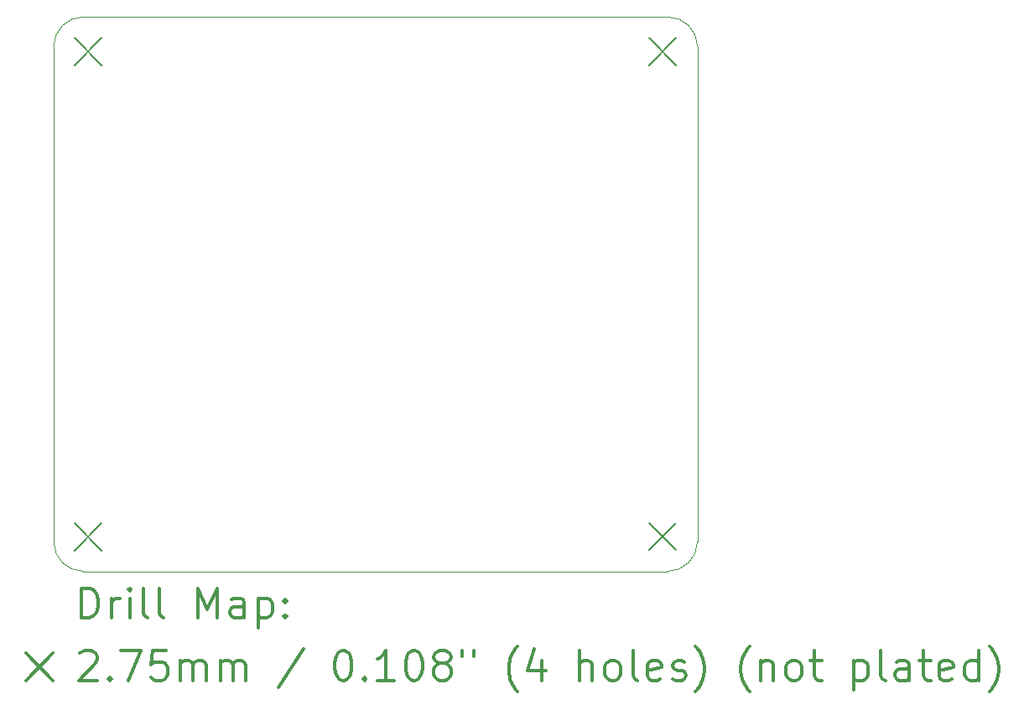
<source format=gbr>
%FSLAX45Y45*%
G04 Gerber Fmt 4.5, Leading zero omitted, Abs format (unit mm)*
G04 Created by KiCad (PCBNEW 5.1.9) date 2021-02-09 20:13:56*
%MOMM*%
%LPD*%
G01*
G04 APERTURE LIST*
%TA.AperFunction,Profile*%
%ADD10C,0.100000*%
%TD*%
%ADD11C,0.200000*%
%ADD12C,0.300000*%
G04 APERTURE END LIST*
D10*
X7854636Y-6381761D02*
X7854636Y-11381237D01*
X7854636Y-6381761D02*
G75*
G02*
X8154636Y-6081761I300000J0D01*
G01*
X14054636Y-6081761D02*
X8154636Y-6081761D01*
X14054636Y-6081761D02*
G75*
G02*
X14354636Y-6381761I0J-300000D01*
G01*
X14354636Y-11381761D02*
X14354636Y-6381761D01*
X8154636Y-11681237D02*
G75*
G02*
X7854636Y-11381237I0J300000D01*
G01*
X8154636Y-11681237D02*
X14054636Y-11681237D01*
X14354636Y-11381761D02*
G75*
G02*
X14054636Y-11681237I-300000J524D01*
G01*
D11*
X8066500Y-6293500D02*
X8341500Y-6568500D01*
X8341500Y-6293500D02*
X8066500Y-6568500D01*
X8066500Y-11194500D02*
X8341500Y-11469500D01*
X8341500Y-11194500D02*
X8066500Y-11469500D01*
X13865500Y-11193500D02*
X14140500Y-11468500D01*
X14140500Y-11193500D02*
X13865500Y-11468500D01*
X13866500Y-6295500D02*
X14141500Y-6570500D01*
X14141500Y-6295500D02*
X13866500Y-6570500D01*
D12*
X8136064Y-12151952D02*
X8136064Y-11851952D01*
X8207493Y-11851952D01*
X8250350Y-11866238D01*
X8278921Y-11894809D01*
X8293207Y-11923380D01*
X8307493Y-11980523D01*
X8307493Y-12023380D01*
X8293207Y-12080523D01*
X8278921Y-12109095D01*
X8250350Y-12137666D01*
X8207493Y-12151952D01*
X8136064Y-12151952D01*
X8436064Y-12151952D02*
X8436064Y-11951952D01*
X8436064Y-12009095D02*
X8450350Y-11980523D01*
X8464636Y-11966238D01*
X8493207Y-11951952D01*
X8521778Y-11951952D01*
X8621778Y-12151952D02*
X8621778Y-11951952D01*
X8621778Y-11851952D02*
X8607493Y-11866238D01*
X8621778Y-11880523D01*
X8636064Y-11866238D01*
X8621778Y-11851952D01*
X8621778Y-11880523D01*
X8807493Y-12151952D02*
X8778921Y-12137666D01*
X8764636Y-12109095D01*
X8764636Y-11851952D01*
X8964636Y-12151952D02*
X8936064Y-12137666D01*
X8921778Y-12109095D01*
X8921778Y-11851952D01*
X9307493Y-12151952D02*
X9307493Y-11851952D01*
X9407493Y-12066238D01*
X9507493Y-11851952D01*
X9507493Y-12151952D01*
X9778921Y-12151952D02*
X9778921Y-11994809D01*
X9764636Y-11966238D01*
X9736064Y-11951952D01*
X9678921Y-11951952D01*
X9650350Y-11966238D01*
X9778921Y-12137666D02*
X9750350Y-12151952D01*
X9678921Y-12151952D01*
X9650350Y-12137666D01*
X9636064Y-12109095D01*
X9636064Y-12080523D01*
X9650350Y-12051952D01*
X9678921Y-12037666D01*
X9750350Y-12037666D01*
X9778921Y-12023380D01*
X9921778Y-11951952D02*
X9921778Y-12251952D01*
X9921778Y-11966238D02*
X9950350Y-11951952D01*
X10007493Y-11951952D01*
X10036064Y-11966238D01*
X10050350Y-11980523D01*
X10064636Y-12009095D01*
X10064636Y-12094809D01*
X10050350Y-12123380D01*
X10036064Y-12137666D01*
X10007493Y-12151952D01*
X9950350Y-12151952D01*
X9921778Y-12137666D01*
X10193207Y-12123380D02*
X10207493Y-12137666D01*
X10193207Y-12151952D01*
X10178921Y-12137666D01*
X10193207Y-12123380D01*
X10193207Y-12151952D01*
X10193207Y-11966238D02*
X10207493Y-11980523D01*
X10193207Y-11994809D01*
X10178921Y-11980523D01*
X10193207Y-11966238D01*
X10193207Y-11994809D01*
X7574635Y-12508738D02*
X7849635Y-12783738D01*
X7849635Y-12508738D02*
X7574635Y-12783738D01*
X8121778Y-12510523D02*
X8136064Y-12496238D01*
X8164635Y-12481952D01*
X8236064Y-12481952D01*
X8264635Y-12496238D01*
X8278921Y-12510523D01*
X8293207Y-12539095D01*
X8293207Y-12567666D01*
X8278921Y-12610523D01*
X8107493Y-12781952D01*
X8293207Y-12781952D01*
X8421778Y-12753380D02*
X8436064Y-12767666D01*
X8421778Y-12781952D01*
X8407493Y-12767666D01*
X8421778Y-12753380D01*
X8421778Y-12781952D01*
X8536064Y-12481952D02*
X8736064Y-12481952D01*
X8607493Y-12781952D01*
X8993207Y-12481952D02*
X8850350Y-12481952D01*
X8836064Y-12624809D01*
X8850350Y-12610523D01*
X8878921Y-12596238D01*
X8950350Y-12596238D01*
X8978921Y-12610523D01*
X8993207Y-12624809D01*
X9007493Y-12653380D01*
X9007493Y-12724809D01*
X8993207Y-12753380D01*
X8978921Y-12767666D01*
X8950350Y-12781952D01*
X8878921Y-12781952D01*
X8850350Y-12767666D01*
X8836064Y-12753380D01*
X9136064Y-12781952D02*
X9136064Y-12581952D01*
X9136064Y-12610523D02*
X9150350Y-12596238D01*
X9178921Y-12581952D01*
X9221778Y-12581952D01*
X9250350Y-12596238D01*
X9264636Y-12624809D01*
X9264636Y-12781952D01*
X9264636Y-12624809D02*
X9278921Y-12596238D01*
X9307493Y-12581952D01*
X9350350Y-12581952D01*
X9378921Y-12596238D01*
X9393207Y-12624809D01*
X9393207Y-12781952D01*
X9536064Y-12781952D02*
X9536064Y-12581952D01*
X9536064Y-12610523D02*
X9550350Y-12596238D01*
X9578921Y-12581952D01*
X9621778Y-12581952D01*
X9650350Y-12596238D01*
X9664636Y-12624809D01*
X9664636Y-12781952D01*
X9664636Y-12624809D02*
X9678921Y-12596238D01*
X9707493Y-12581952D01*
X9750350Y-12581952D01*
X9778921Y-12596238D01*
X9793207Y-12624809D01*
X9793207Y-12781952D01*
X10378921Y-12467666D02*
X10121778Y-12853380D01*
X10764636Y-12481952D02*
X10793207Y-12481952D01*
X10821778Y-12496238D01*
X10836064Y-12510523D01*
X10850350Y-12539095D01*
X10864636Y-12596238D01*
X10864636Y-12667666D01*
X10850350Y-12724809D01*
X10836064Y-12753380D01*
X10821778Y-12767666D01*
X10793207Y-12781952D01*
X10764636Y-12781952D01*
X10736064Y-12767666D01*
X10721778Y-12753380D01*
X10707493Y-12724809D01*
X10693207Y-12667666D01*
X10693207Y-12596238D01*
X10707493Y-12539095D01*
X10721778Y-12510523D01*
X10736064Y-12496238D01*
X10764636Y-12481952D01*
X10993207Y-12753380D02*
X11007493Y-12767666D01*
X10993207Y-12781952D01*
X10978921Y-12767666D01*
X10993207Y-12753380D01*
X10993207Y-12781952D01*
X11293207Y-12781952D02*
X11121778Y-12781952D01*
X11207493Y-12781952D02*
X11207493Y-12481952D01*
X11178921Y-12524809D01*
X11150350Y-12553380D01*
X11121778Y-12567666D01*
X11478921Y-12481952D02*
X11507493Y-12481952D01*
X11536064Y-12496238D01*
X11550350Y-12510523D01*
X11564635Y-12539095D01*
X11578921Y-12596238D01*
X11578921Y-12667666D01*
X11564635Y-12724809D01*
X11550350Y-12753380D01*
X11536064Y-12767666D01*
X11507493Y-12781952D01*
X11478921Y-12781952D01*
X11450350Y-12767666D01*
X11436064Y-12753380D01*
X11421778Y-12724809D01*
X11407493Y-12667666D01*
X11407493Y-12596238D01*
X11421778Y-12539095D01*
X11436064Y-12510523D01*
X11450350Y-12496238D01*
X11478921Y-12481952D01*
X11750350Y-12610523D02*
X11721778Y-12596238D01*
X11707493Y-12581952D01*
X11693207Y-12553380D01*
X11693207Y-12539095D01*
X11707493Y-12510523D01*
X11721778Y-12496238D01*
X11750350Y-12481952D01*
X11807493Y-12481952D01*
X11836064Y-12496238D01*
X11850350Y-12510523D01*
X11864635Y-12539095D01*
X11864635Y-12553380D01*
X11850350Y-12581952D01*
X11836064Y-12596238D01*
X11807493Y-12610523D01*
X11750350Y-12610523D01*
X11721778Y-12624809D01*
X11707493Y-12639095D01*
X11693207Y-12667666D01*
X11693207Y-12724809D01*
X11707493Y-12753380D01*
X11721778Y-12767666D01*
X11750350Y-12781952D01*
X11807493Y-12781952D01*
X11836064Y-12767666D01*
X11850350Y-12753380D01*
X11864635Y-12724809D01*
X11864635Y-12667666D01*
X11850350Y-12639095D01*
X11836064Y-12624809D01*
X11807493Y-12610523D01*
X11978921Y-12481952D02*
X11978921Y-12539095D01*
X12093207Y-12481952D02*
X12093207Y-12539095D01*
X12536064Y-12896238D02*
X12521778Y-12881952D01*
X12493207Y-12839095D01*
X12478921Y-12810523D01*
X12464635Y-12767666D01*
X12450350Y-12696238D01*
X12450350Y-12639095D01*
X12464635Y-12567666D01*
X12478921Y-12524809D01*
X12493207Y-12496238D01*
X12521778Y-12453380D01*
X12536064Y-12439095D01*
X12778921Y-12581952D02*
X12778921Y-12781952D01*
X12707493Y-12467666D02*
X12636064Y-12681952D01*
X12821778Y-12681952D01*
X13164635Y-12781952D02*
X13164635Y-12481952D01*
X13293207Y-12781952D02*
X13293207Y-12624809D01*
X13278921Y-12596238D01*
X13250350Y-12581952D01*
X13207493Y-12581952D01*
X13178921Y-12596238D01*
X13164635Y-12610523D01*
X13478921Y-12781952D02*
X13450350Y-12767666D01*
X13436064Y-12753380D01*
X13421778Y-12724809D01*
X13421778Y-12639095D01*
X13436064Y-12610523D01*
X13450350Y-12596238D01*
X13478921Y-12581952D01*
X13521778Y-12581952D01*
X13550350Y-12596238D01*
X13564635Y-12610523D01*
X13578921Y-12639095D01*
X13578921Y-12724809D01*
X13564635Y-12753380D01*
X13550350Y-12767666D01*
X13521778Y-12781952D01*
X13478921Y-12781952D01*
X13750350Y-12781952D02*
X13721778Y-12767666D01*
X13707493Y-12739095D01*
X13707493Y-12481952D01*
X13978921Y-12767666D02*
X13950350Y-12781952D01*
X13893207Y-12781952D01*
X13864635Y-12767666D01*
X13850350Y-12739095D01*
X13850350Y-12624809D01*
X13864635Y-12596238D01*
X13893207Y-12581952D01*
X13950350Y-12581952D01*
X13978921Y-12596238D01*
X13993207Y-12624809D01*
X13993207Y-12653380D01*
X13850350Y-12681952D01*
X14107493Y-12767666D02*
X14136064Y-12781952D01*
X14193207Y-12781952D01*
X14221778Y-12767666D01*
X14236064Y-12739095D01*
X14236064Y-12724809D01*
X14221778Y-12696238D01*
X14193207Y-12681952D01*
X14150350Y-12681952D01*
X14121778Y-12667666D01*
X14107493Y-12639095D01*
X14107493Y-12624809D01*
X14121778Y-12596238D01*
X14150350Y-12581952D01*
X14193207Y-12581952D01*
X14221778Y-12596238D01*
X14336064Y-12896238D02*
X14350350Y-12881952D01*
X14378921Y-12839095D01*
X14393207Y-12810523D01*
X14407493Y-12767666D01*
X14421778Y-12696238D01*
X14421778Y-12639095D01*
X14407493Y-12567666D01*
X14393207Y-12524809D01*
X14378921Y-12496238D01*
X14350350Y-12453380D01*
X14336064Y-12439095D01*
X14878921Y-12896238D02*
X14864635Y-12881952D01*
X14836064Y-12839095D01*
X14821778Y-12810523D01*
X14807493Y-12767666D01*
X14793207Y-12696238D01*
X14793207Y-12639095D01*
X14807493Y-12567666D01*
X14821778Y-12524809D01*
X14836064Y-12496238D01*
X14864635Y-12453380D01*
X14878921Y-12439095D01*
X14993207Y-12581952D02*
X14993207Y-12781952D01*
X14993207Y-12610523D02*
X15007493Y-12596238D01*
X15036064Y-12581952D01*
X15078921Y-12581952D01*
X15107493Y-12596238D01*
X15121778Y-12624809D01*
X15121778Y-12781952D01*
X15307493Y-12781952D02*
X15278921Y-12767666D01*
X15264635Y-12753380D01*
X15250350Y-12724809D01*
X15250350Y-12639095D01*
X15264635Y-12610523D01*
X15278921Y-12596238D01*
X15307493Y-12581952D01*
X15350350Y-12581952D01*
X15378921Y-12596238D01*
X15393207Y-12610523D01*
X15407493Y-12639095D01*
X15407493Y-12724809D01*
X15393207Y-12753380D01*
X15378921Y-12767666D01*
X15350350Y-12781952D01*
X15307493Y-12781952D01*
X15493207Y-12581952D02*
X15607493Y-12581952D01*
X15536064Y-12481952D02*
X15536064Y-12739095D01*
X15550350Y-12767666D01*
X15578921Y-12781952D01*
X15607493Y-12781952D01*
X15936064Y-12581952D02*
X15936064Y-12881952D01*
X15936064Y-12596238D02*
X15964635Y-12581952D01*
X16021778Y-12581952D01*
X16050350Y-12596238D01*
X16064635Y-12610523D01*
X16078921Y-12639095D01*
X16078921Y-12724809D01*
X16064635Y-12753380D01*
X16050350Y-12767666D01*
X16021778Y-12781952D01*
X15964635Y-12781952D01*
X15936064Y-12767666D01*
X16250350Y-12781952D02*
X16221778Y-12767666D01*
X16207493Y-12739095D01*
X16207493Y-12481952D01*
X16493207Y-12781952D02*
X16493207Y-12624809D01*
X16478921Y-12596238D01*
X16450350Y-12581952D01*
X16393207Y-12581952D01*
X16364635Y-12596238D01*
X16493207Y-12767666D02*
X16464635Y-12781952D01*
X16393207Y-12781952D01*
X16364635Y-12767666D01*
X16350350Y-12739095D01*
X16350350Y-12710523D01*
X16364635Y-12681952D01*
X16393207Y-12667666D01*
X16464635Y-12667666D01*
X16493207Y-12653380D01*
X16593207Y-12581952D02*
X16707493Y-12581952D01*
X16636064Y-12481952D02*
X16636064Y-12739095D01*
X16650350Y-12767666D01*
X16678921Y-12781952D01*
X16707493Y-12781952D01*
X16921778Y-12767666D02*
X16893207Y-12781952D01*
X16836064Y-12781952D01*
X16807493Y-12767666D01*
X16793207Y-12739095D01*
X16793207Y-12624809D01*
X16807493Y-12596238D01*
X16836064Y-12581952D01*
X16893207Y-12581952D01*
X16921778Y-12596238D01*
X16936064Y-12624809D01*
X16936064Y-12653380D01*
X16793207Y-12681952D01*
X17193207Y-12781952D02*
X17193207Y-12481952D01*
X17193207Y-12767666D02*
X17164636Y-12781952D01*
X17107493Y-12781952D01*
X17078921Y-12767666D01*
X17064636Y-12753380D01*
X17050350Y-12724809D01*
X17050350Y-12639095D01*
X17064636Y-12610523D01*
X17078921Y-12596238D01*
X17107493Y-12581952D01*
X17164636Y-12581952D01*
X17193207Y-12596238D01*
X17307493Y-12896238D02*
X17321778Y-12881952D01*
X17350350Y-12839095D01*
X17364636Y-12810523D01*
X17378921Y-12767666D01*
X17393207Y-12696238D01*
X17393207Y-12639095D01*
X17378921Y-12567666D01*
X17364636Y-12524809D01*
X17350350Y-12496238D01*
X17321778Y-12453380D01*
X17307493Y-12439095D01*
M02*

</source>
